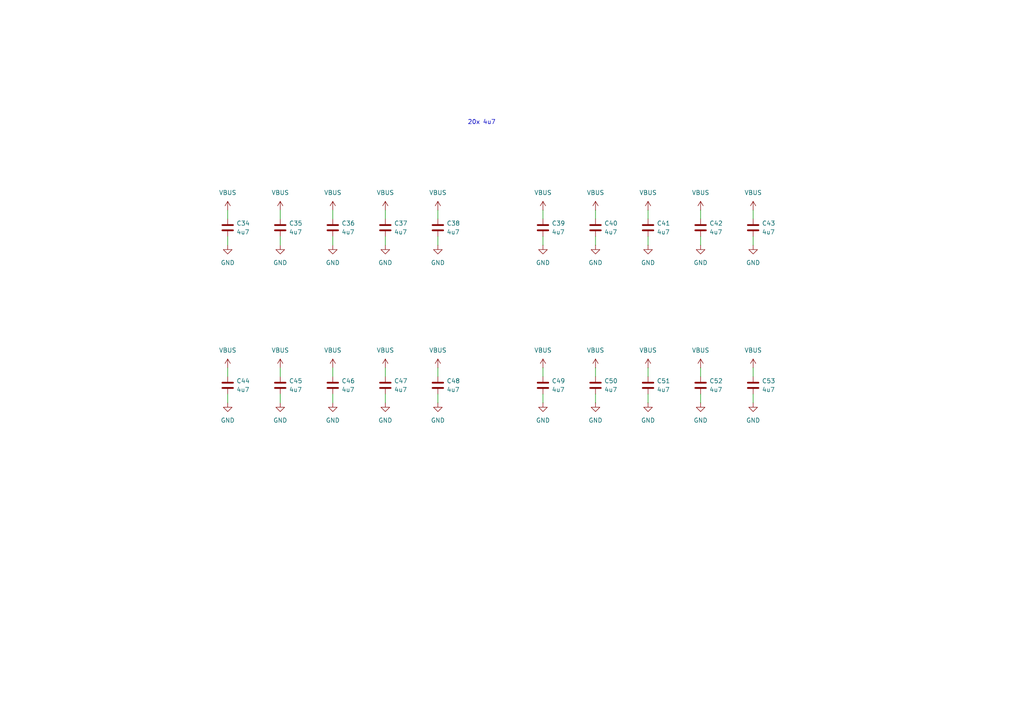
<source format=kicad_sch>
(kicad_sch (version 20250114) (generator "eeschema") (generator_version "9.0")
  (paper "A4")
  (lib_symbols
    (symbol "Device:C" (pin_numbers (hide yes)) (pin_names (offset 0.254))
      (property "Reference" "C" (at 0.635 2.54 0))
      (property "Value" "C" (at 0.635 -2.54 0))
      (symbol "C_0_1"
        (polyline (pts (xy -1.524 0.762) (xy 1.524 0.762)) (stroke (width 0.508)))
        (polyline (pts (xy -1.524 -0.762) (xy 1.524 -0.762)) (stroke (width 0.508)))
      )
      (symbol "C_1_1"
        (pin passive line (at 0 2.54 270) (length 1.524) (name "~") (number "1"))
        (pin passive line (at 0 -2.54 90) (length 1.524) (name "~") (number "2"))
      )
    )
    (symbol "power:GND" (power) (pin_numbers (hide yes)) (pin_names (offset 0) (hide yes))
      (property "Value" "GND" (at 0 -3.81 0))
      (symbol "GND_0_1"
        (polyline (pts (xy 0 0) (xy 0 -1.27) (xy 1.27 -1.27) (xy 0 -2.54) (xy -1.27 -1.27) (xy 0 -1.27)))
      )
      (symbol "GND_1_1"
        (pin power_in line (at 0 0 270) (length 0) (name "~") (number "1"))
      )
    )
    (symbol "power:VBUS" (power) (pin_numbers (hide yes)) (pin_names (offset 0) (hide yes))
      (property "Value" "VBUS" (at 0 3.556 0))
      (symbol "VBUS_0_1"
        (polyline (pts (xy -0.762 1.27) (xy 0 2.54)))
        (polyline (pts (xy 0 2.54) (xy 0.762 1.27)))
        (polyline (pts (xy 0 0) (xy 0 2.54)))
      )
      (symbol "VBUS_1_1"
        (pin power_in line (at 0 0 90) (length 0) (name "~") (number "1"))
      )
    )
  )
  (text "20x 4u7" (at 139.7 35.56 0) (effects (font (size 1.27 1.27))))
  (wire (pts (xy 111.76 60.96) (xy 111.76 63.5)))
  (wire (pts (xy 96.52 68.58) (xy 96.52 71.12)))
  (wire (pts (xy 127 114.3) (xy 127 116.84)))
  (wire (pts (xy 218.44 106.68) (xy 218.44 109.22)))
  (wire (pts (xy 66.04 114.3) (xy 66.04 116.84)))
  (wire (pts (xy 157.48 68.58) (xy 157.48 71.12)))
  (wire (pts (xy 81.28 106.68) (xy 81.28 109.22)))
  (wire (pts (xy 172.72 106.68) (xy 172.72 109.22)))
  (wire (pts (xy 66.04 68.58) (xy 66.04 71.12)))
  (wire (pts (xy 172.72 60.96) (xy 172.72 63.5)))
  (wire (pts (xy 127 106.68) (xy 127 109.22)))
  (wire (pts (xy 127 68.58) (xy 127 71.12)))
  (wire (pts (xy 172.72 68.58) (xy 172.72 71.12)))
  (wire (pts (xy 96.52 106.68) (xy 96.52 109.22)))
  (wire (pts (xy 96.52 60.96) (xy 96.52 63.5)))
  (wire (pts (xy 111.76 114.3) (xy 111.76 116.84)))
  (wire (pts (xy 218.44 114.3) (xy 218.44 116.84)))
  (wire (pts (xy 187.96 114.3) (xy 187.96 116.84)))
  (wire (pts (xy 157.48 60.96) (xy 157.48 63.5)))
  (wire (pts (xy 96.52 114.3) (xy 96.52 116.84)))
  (wire (pts (xy 187.96 68.58) (xy 187.96 71.12)))
  (wire (pts (xy 111.76 68.58) (xy 111.76 71.12)))
  (wire (pts (xy 218.44 68.58) (xy 218.44 71.12)))
  (wire (pts (xy 218.44 60.96) (xy 218.44 63.5)))
  (wire (pts (xy 66.04 60.96) (xy 66.04 63.5)))
  (wire (pts (xy 203.2 60.96) (xy 203.2 63.5)))
  (wire (pts (xy 111.76 106.68) (xy 111.76 109.22)))
  (wire (pts (xy 172.72 114.3) (xy 172.72 116.84)))
  (wire (pts (xy 66.04 106.68) (xy 66.04 109.22)))
  (wire (pts (xy 187.96 60.96) (xy 187.96 63.5)))
  (wire (pts (xy 203.2 106.68) (xy 203.2 109.22)))
  (wire (pts (xy 127 60.96) (xy 127 63.5)))
  (wire (pts (xy 203.2 114.3) (xy 203.2 116.84)))
  (wire (pts (xy 157.48 106.68) (xy 157.48 109.22)))
  (wire (pts (xy 81.28 60.96) (xy 81.28 63.5)))
  (wire (pts (xy 157.48 114.3) (xy 157.48 116.84)))
  (wire (pts (xy 81.28 114.3) (xy 81.28 116.84)))
  (wire (pts (xy 81.28 68.58) (xy 81.28 71.12)))
  (wire (pts (xy 203.2 68.58) (xy 203.2 71.12)))
  (wire (pts (xy 187.96 106.68) (xy 187.96 109.22)))
  (symbol (lib_id "power:GND") (at 203.2 71.12 0) (unit 1)
    (property "Reference" "#PWR090" (effects (hide yes)))
    (property "Value" "GND" (at 203.2 76.2 0))
    (property "Description" "Power symbol creates a global label with name \"GND\" , ground" (effects (hide yes)))
  )
  (symbol (lib_id "Device:C") (at 157.48 111.76 0) (unit 1)
    (property "Reference" "C49" (at 160.02 110.4899 0) (effects (justify left)))
    (property "Value" "4u7" (at 160.02 113.0299 0) (effects (justify left)))
    (property "Footprint" "Capacitor_SMD:C_0402_1005Metric" (effects (hide yes)))
    (property "Description" "Unpolarized capacitor" (effects (hide yes)))
  )
  (symbol (lib_id "power:GND") (at 203.2 116.84 0) (unit 1)
    (property "Reference" "#PWR0110" (effects (hide yes)))
    (property "Value" "GND" (at 203.2 121.92 0))
    (property "Description" "Power symbol creates a global label with name \"GND\" , ground" (effects (hide yes)))
  )
  (symbol (lib_id "power:VBUS") (at 81.28 60.96 0) (unit 1)
    (property "Reference" "#PWR075" (effects (hide yes)))
    (property "Value" "VBUS" (at 81.28 55.88 0))
    (property "Description" "Power symbol creates a global label with name \"VBUS\"" (effects (hide yes)))
  )
  (symbol (lib_id "power:GND") (at 96.52 71.12 0) (unit 1)
    (property "Reference" "#PWR078" (effects (hide yes)))
    (property "Value" "GND" (at 96.52 76.2 0))
    (property "Description" "Power symbol creates a global label with name \"GND\" , ground" (effects (hide yes)))
  )
  (symbol (lib_id "power:VBUS") (at 127 106.68 0) (unit 1)
    (property "Reference" "#PWR0101" (effects (hide yes)))
    (property "Value" "VBUS" (at 127 101.6 0))
    (property "Description" "Power symbol creates a global label with name \"VBUS\"" (effects (hide yes)))
  )
  (symbol (lib_id "power:GND") (at 157.48 116.84 0) (unit 1)
    (property "Reference" "#PWR0104" (effects (hide yes)))
    (property "Value" "GND" (at 157.48 121.92 0))
    (property "Description" "Power symbol creates a global label with name \"GND\" , ground" (effects (hide yes)))
  )
  (symbol (lib_id "Device:C") (at 157.48 66.04 0) (unit 1)
    (property "Reference" "C39" (at 160.02 64.7699 0) (effects (justify left)))
    (property "Value" "4u7" (at 160.02 67.3099 0) (effects (justify left)))
    (property "Footprint" "Capacitor_SMD:C_0402_1005Metric" (effects (hide yes)))
    (property "Description" "Unpolarized capacitor" (effects (hide yes)))
  )
  (symbol (lib_id "power:VBUS") (at 111.76 106.68 0) (unit 1)
    (property "Reference" "#PWR099" (effects (hide yes)))
    (property "Value" "VBUS" (at 111.76 101.6 0))
    (property "Description" "Power symbol creates a global label with name \"VBUS\"" (effects (hide yes)))
  )
  (symbol (lib_id "power:VBUS") (at 157.48 60.96 0) (unit 1)
    (property "Reference" "#PWR083" (effects (hide yes)))
    (property "Value" "VBUS" (at 157.48 55.88 0))
    (property "Description" "Power symbol creates a global label with name \"VBUS\"" (effects (hide yes)))
  )
  (symbol (lib_id "power:GND") (at 66.04 116.84 0) (unit 1)
    (property "Reference" "#PWR094" (effects (hide yes)))
    (property "Value" "GND" (at 66.04 121.92 0))
    (property "Description" "Power symbol creates a global label with name \"GND\" , ground" (effects (hide yes)))
  )
  (symbol (lib_id "power:GND") (at 66.04 71.12 0) (unit 1)
    (property "Reference" "#PWR034" (effects (hide yes)))
    (property "Value" "GND" (at 66.04 76.2 0))
    (property "Description" "Power symbol creates a global label with name \"GND\" , ground" (effects (hide yes)))
  )
  (symbol (lib_id "Device:C") (at 81.28 66.04 0) (unit 1)
    (property "Reference" "C35" (at 83.82 64.7699 0) (effects (justify left)))
    (property "Value" "4u7" (at 83.82 67.3099 0) (effects (justify left)))
    (property "Footprint" "Capacitor_SMD:C_0402_1005Metric" (effects (hide yes)))
    (property "Description" "Unpolarized capacitor" (effects (hide yes)))
  )
  (symbol (lib_id "Device:C") (at 172.72 66.04 0) (unit 1)
    (property "Reference" "C40" (at 175.26 64.7699 0) (effects (justify left)))
    (property "Value" "4u7" (at 175.26 67.3099 0) (effects (justify left)))
    (property "Footprint" "Capacitor_SMD:C_0402_1005Metric" (effects (hide yes)))
    (property "Description" "Unpolarized capacitor" (effects (hide yes)))
  )
  (symbol (lib_id "power:VBUS") (at 66.04 60.96 0) (unit 1)
    (property "Reference" "#PWR074" (effects (hide yes)))
    (property "Value" "VBUS" (at 66.04 55.88 0))
    (property "Description" "Power symbol creates a global label with name \"VBUS\"" (effects (hide yes)))
  )
  (symbol (lib_id "power:GND") (at 111.76 116.84 0) (unit 1)
    (property "Reference" "#PWR0100" (effects (hide yes)))
    (property "Value" "GND" (at 111.76 121.92 0))
    (property "Description" "Power symbol creates a global label with name \"GND\" , ground" (effects (hide yes)))
  )
  (symbol (lib_id "power:VBUS") (at 127 60.96 0) (unit 1)
    (property "Reference" "#PWR081" (effects (hide yes)))
    (property "Value" "VBUS" (at 127 55.88 0))
    (property "Description" "Power symbol creates a global label with name \"VBUS\"" (effects (hide yes)))
  )
  (symbol (lib_id "power:GND") (at 218.44 116.84 0) (unit 1)
    (property "Reference" "#PWR0112" (effects (hide yes)))
    (property "Value" "GND" (at 218.44 121.92 0))
    (property "Description" "Power symbol creates a global label with name \"GND\" , ground" (effects (hide yes)))
  )
  (symbol (lib_id "power:GND") (at 187.96 116.84 0) (unit 1)
    (property "Reference" "#PWR0108" (effects (hide yes)))
    (property "Value" "GND" (at 187.96 121.92 0))
    (property "Description" "Power symbol creates a global label with name \"GND\" , ground" (effects (hide yes)))
  )
  (symbol (lib_id "power:VBUS") (at 66.04 106.68 0) (unit 1)
    (property "Reference" "#PWR093" (effects (hide yes)))
    (property "Value" "VBUS" (at 66.04 101.6 0))
    (property "Description" "Power symbol creates a global label with name \"VBUS\"" (effects (hide yes)))
  )
  (symbol (lib_id "Device:C") (at 66.04 66.04 0) (unit 1)
    (property "Reference" "C34" (at 68.58 64.7699 0) (effects (justify left)))
    (property "Value" "4u7" (at 68.58 67.3099 0) (effects (justify left)))
    (property "Footprint" "Capacitor_SMD:C_0402_1005Metric" (effects (hide yes)))
    (property "Description" "Unpolarized capacitor" (effects (hide yes)))
  )
  (symbol (lib_id "Device:C") (at 127 111.76 0) (unit 1)
    (property "Reference" "C48" (at 129.54 110.4899 0) (effects (justify left)))
    (property "Value" "4u7" (at 129.54 113.0299 0) (effects (justify left)))
    (property "Footprint" "Capacitor_SMD:C_0402_1005Metric" (effects (hide yes)))
    (property "Description" "Unpolarized capacitor" (effects (hide yes)))
  )
  (symbol (lib_id "power:GND") (at 157.48 71.12 0) (unit 1)
    (property "Reference" "#PWR084" (effects (hide yes)))
    (property "Value" "GND" (at 157.48 76.2 0))
    (property "Description" "Power symbol creates a global label with name \"GND\" , ground" (effects (hide yes)))
  )
  (symbol (lib_id "Device:C") (at 81.28 111.76 0) (unit 1)
    (property "Reference" "C45" (at 83.82 110.4899 0) (effects (justify left)))
    (property "Value" "4u7" (at 83.82 113.0299 0) (effects (justify left)))
    (property "Footprint" "Capacitor_SMD:C_0402_1005Metric" (effects (hide yes)))
    (property "Description" "Unpolarized capacitor" (effects (hide yes)))
  )
  (symbol (lib_id "Device:C") (at 203.2 111.76 0) (unit 1)
    (property "Reference" "C52" (at 205.74 110.4899 0) (effects (justify left)))
    (property "Value" "4u7" (at 205.74 113.0299 0) (effects (justify left)))
    (property "Footprint" "Capacitor_SMD:C_0402_1005Metric" (effects (hide yes)))
    (property "Description" "Unpolarized capacitor" (effects (hide yes)))
  )
  (symbol (lib_id "Device:C") (at 127 66.04 0) (unit 1)
    (property "Reference" "C38" (at 129.54 64.7699 0) (effects (justify left)))
    (property "Value" "4u7" (at 129.54 67.3099 0) (effects (justify left)))
    (property "Footprint" "Capacitor_SMD:C_0402_1005Metric" (effects (hide yes)))
    (property "Description" "Unpolarized capacitor" (effects (hide yes)))
  )
  (symbol (lib_id "power:GND") (at 111.76 71.12 0) (unit 1)
    (property "Reference" "#PWR080" (effects (hide yes)))
    (property "Value" "GND" (at 111.76 76.2 0))
    (property "Description" "Power symbol creates a global label with name \"GND\" , ground" (effects (hide yes)))
  )
  (symbol (lib_id "power:GND") (at 96.52 116.84 0) (unit 1)
    (property "Reference" "#PWR098" (effects (hide yes)))
    (property "Value" "GND" (at 96.52 121.92 0))
    (property "Description" "Power symbol creates a global label with name \"GND\" , ground" (effects (hide yes)))
  )
  (symbol (lib_id "power:VBUS") (at 203.2 106.68 0) (unit 1)
    (property "Reference" "#PWR0109" (effects (hide yes)))
    (property "Value" "VBUS" (at 203.2 101.6 0))
    (property "Description" "Power symbol creates a global label with name \"VBUS\"" (effects (hide yes)))
  )
  (symbol (lib_id "Device:C") (at 203.2 66.04 0) (unit 1)
    (property "Reference" "C42" (at 205.74 64.7699 0) (effects (justify left)))
    (property "Value" "4u7" (at 205.74 67.3099 0) (effects (justify left)))
    (property "Footprint" "Capacitor_SMD:C_0402_1005Metric" (effects (hide yes)))
    (property "Description" "Unpolarized capacitor" (effects (hide yes)))
  )
  (symbol (lib_id "power:VBUS") (at 203.2 60.96 0) (unit 1)
    (property "Reference" "#PWR089" (effects (hide yes)))
    (property "Value" "VBUS" (at 203.2 55.88 0))
    (property "Description" "Power symbol creates a global label with name \"VBUS\"" (effects (hide yes)))
  )
  (symbol (lib_id "power:GND") (at 127 116.84 0) (unit 1)
    (property "Reference" "#PWR0102" (effects (hide yes)))
    (property "Value" "GND" (at 127 121.92 0))
    (property "Description" "Power symbol creates a global label with name \"GND\" , ground" (effects (hide yes)))
  )
  (symbol (lib_id "power:VBUS") (at 81.28 106.68 0) (unit 1)
    (property "Reference" "#PWR095" (effects (hide yes)))
    (property "Value" "VBUS" (at 81.28 101.6 0))
    (property "Description" "Power symbol creates a global label with name \"VBUS\"" (effects (hide yes)))
  )
  (symbol (lib_id "power:GND") (at 172.72 116.84 0) (unit 1)
    (property "Reference" "#PWR0106" (effects (hide yes)))
    (property "Value" "GND" (at 172.72 121.92 0))
    (property "Description" "Power symbol creates a global label with name \"GND\" , ground" (effects (hide yes)))
  )
  (symbol (lib_id "Device:C") (at 172.72 111.76 0) (unit 1)
    (property "Reference" "C50" (at 175.26 110.4899 0) (effects (justify left)))
    (property "Value" "4u7" (at 175.26 113.0299 0) (effects (justify left)))
    (property "Footprint" "Capacitor_SMD:C_0402_1005Metric" (effects (hide yes)))
    (property "Description" "Unpolarized capacitor" (effects (hide yes)))
  )
  (symbol (lib_id "power:VBUS") (at 172.72 60.96 0) (unit 1)
    (property "Reference" "#PWR085" (effects (hide yes)))
    (property "Value" "VBUS" (at 172.72 55.88 0))
    (property "Description" "Power symbol creates a global label with name \"VBUS\"" (effects (hide yes)))
  )
  (symbol (lib_id "power:GND") (at 218.44 71.12 0) (unit 1)
    (property "Reference" "#PWR092" (effects (hide yes)))
    (property "Value" "GND" (at 218.44 76.2 0))
    (property "Description" "Power symbol creates a global label with name \"GND\" , ground" (effects (hide yes)))
  )
  (symbol (lib_id "Device:C") (at 218.44 66.04 0) (unit 1)
    (property "Reference" "C43" (at 220.98 64.7699 0) (effects (justify left)))
    (property "Value" "4u7" (at 220.98 67.3099 0) (effects (justify left)))
    (property "Footprint" "Capacitor_SMD:C_0402_1005Metric" (effects (hide yes)))
    (property "Description" "Unpolarized capacitor" (effects (hide yes)))
  )
  (symbol (lib_id "Device:C") (at 66.04 111.76 0) (unit 1)
    (property "Reference" "C44" (at 68.58 110.4899 0) (effects (justify left)))
    (property "Value" "4u7" (at 68.58 113.0299 0) (effects (justify left)))
    (property "Footprint" "Capacitor_SMD:C_0402_1005Metric" (effects (hide yes)))
    (property "Description" "Unpolarized capacitor" (effects (hide yes)))
  )
  (symbol (lib_id "power:VBUS") (at 187.96 60.96 0) (unit 1)
    (property "Reference" "#PWR087" (effects (hide yes)))
    (property "Value" "VBUS" (at 187.96 55.88 0))
    (property "Description" "Power symbol creates a global label with name \"VBUS\"" (effects (hide yes)))
  )
  (symbol (lib_id "power:VBUS") (at 187.96 106.68 0) (unit 1)
    (property "Reference" "#PWR0107" (effects (hide yes)))
    (property "Value" "VBUS" (at 187.96 101.6 0))
    (property "Description" "Power symbol creates a global label with name \"VBUS\"" (effects (hide yes)))
  )
  (symbol (lib_id "power:VBUS") (at 218.44 60.96 0) (unit 1)
    (property "Reference" "#PWR091" (effects (hide yes)))
    (property "Value" "VBUS" (at 218.44 55.88 0))
    (property "Description" "Power symbol creates a global label with name \"VBUS\"" (effects (hide yes)))
  )
  (symbol (lib_id "Device:C") (at 111.76 111.76 0) (unit 1)
    (property "Reference" "C47" (at 114.3 110.4899 0) (effects (justify left)))
    (property "Value" "4u7" (at 114.3 113.0299 0) (effects (justify left)))
    (property "Footprint" "Capacitor_SMD:C_0402_1005Metric" (effects (hide yes)))
    (property "Description" "Unpolarized capacitor" (effects (hide yes)))
  )
  (symbol (lib_id "Device:C") (at 187.96 66.04 0) (unit 1)
    (property "Reference" "C41" (at 190.5 64.7699 0) (effects (justify left)))
    (property "Value" "4u7" (at 190.5 67.3099 0) (effects (justify left)))
    (property "Footprint" "Capacitor_SMD:C_0402_1005Metric" (effects (hide yes)))
    (property "Description" "Unpolarized capacitor" (effects (hide yes)))
  )
  (symbol (lib_id "power:GND") (at 172.72 71.12 0) (unit 1)
    (property "Reference" "#PWR086" (effects (hide yes)))
    (property "Value" "GND" (at 172.72 76.2 0))
    (property "Description" "Power symbol creates a global label with name \"GND\" , ground" (effects (hide yes)))
  )
  (symbol (lib_id "power:GND") (at 81.28 71.12 0) (unit 1)
    (property "Reference" "#PWR076" (effects (hide yes)))
    (property "Value" "GND" (at 81.28 76.2 0))
    (property "Description" "Power symbol creates a global label with name \"GND\" , ground" (effects (hide yes)))
  )
  (symbol (lib_id "Device:C") (at 218.44 111.76 0) (unit 1)
    (property "Reference" "C53" (at 220.98 110.4899 0) (effects (justify left)))
    (property "Value" "4u7" (at 220.98 113.0299 0) (effects (justify left)))
    (property "Footprint" "Capacitor_SMD:C_0402_1005Metric" (effects (hide yes)))
    (property "Description" "Unpolarized capacitor" (effects (hide yes)))
  )
  (symbol (lib_id "power:VBUS") (at 172.72 106.68 0) (unit 1)
    (property "Reference" "#PWR0105" (effects (hide yes)))
    (property "Value" "VBUS" (at 172.72 101.6 0))
    (property "Description" "Power symbol creates a global label with name \"VBUS\"" (effects (hide yes)))
  )
  (symbol (lib_id "Device:C") (at 96.52 66.04 0) (unit 1)
    (property "Reference" "C36" (at 99.06 64.7699 0) (effects (justify left)))
    (property "Value" "4u7" (at 99.06 67.3099 0) (effects (justify left)))
    (property "Footprint" "Capacitor_SMD:C_0402_1005Metric" (effects (hide yes)))
    (property "Description" "Unpolarized capacitor" (effects (hide yes)))
  )
  (symbol (lib_id "Device:C") (at 96.52 111.76 0) (unit 1)
    (property "Reference" "C46" (at 99.06 110.4899 0) (effects (justify left)))
    (property "Value" "4u7" (at 99.06 113.0299 0) (effects (justify left)))
    (property "Footprint" "Capacitor_SMD:C_0402_1005Metric" (effects (hide yes)))
    (property "Description" "Unpolarized capacitor" (effects (hide yes)))
  )
  (symbol (lib_id "power:GND") (at 187.96 71.12 0) (unit 1)
    (property "Reference" "#PWR088" (effects (hide yes)))
    (property "Value" "GND" (at 187.96 76.2 0))
    (property "Description" "Power symbol creates a global label with name \"GND\" , ground" (effects (hide yes)))
  )
  (symbol (lib_id "Device:C") (at 187.96 111.76 0) (unit 1)
    (property "Reference" "C51" (at 190.5 110.4899 0) (effects (justify left)))
    (property "Value" "4u7" (at 190.5 113.0299 0) (effects (justify left)))
    (property "Footprint" "Capacitor_SMD:C_0402_1005Metric" (effects (hide yes)))
    (property "Description" "Unpolarized capacitor" (effects (hide yes)))
  )
  (symbol (lib_id "power:GND") (at 81.28 116.84 0) (unit 1)
    (property "Reference" "#PWR096" (effects (hide yes)))
    (property "Value" "GND" (at 81.28 121.92 0))
    (property "Description" "Power symbol creates a global label with name \"GND\" , ground" (effects (hide yes)))
  )
  (symbol (lib_id "power:GND") (at 127 71.12 0) (unit 1)
    (property "Reference" "#PWR082" (effects (hide yes)))
    (property "Value" "GND" (at 127 76.2 0))
    (property "Description" "Power symbol creates a global label with name \"GND\" , ground" (effects (hide yes)))
  )
  (symbol (lib_id "power:VBUS") (at 218.44 106.68 0) (unit 1)
    (property "Reference" "#PWR0111" (effects (hide yes)))
    (property "Value" "VBUS" (at 218.44 101.6 0))
    (property "Description" "Power symbol creates a global label with name \"VBUS\"" (effects (hide yes)))
  )
  (symbol (lib_id "power:VBUS") (at 96.52 60.96 0) (unit 1)
    (property "Reference" "#PWR077" (effects (hide yes)))
    (property "Value" "VBUS" (at 96.52 55.88 0))
    (property "Description" "Power symbol creates a global label with name \"VBUS\"" (effects (hide yes)))
  )
  (symbol (lib_id "power:VBUS") (at 96.52 106.68 0) (unit 1)
    (property "Reference" "#PWR097" (effects (hide yes)))
    (property "Value" "VBUS" (at 96.52 101.6 0))
    (property "Description" "Power symbol creates a global label with name \"VBUS\"" (effects (hide yes)))
  )
  (symbol (lib_id "Device:C") (at 111.76 66.04 0) (unit 1)
    (property "Reference" "C37" (at 114.3 64.7699 0) (effects (justify left)))
    (property "Value" "4u7" (at 114.3 67.3099 0) (effects (justify left)))
    (property "Footprint" "Capacitor_SMD:C_0402_1005Metric" (effects (hide yes)))
    (property "Description" "Unpolarized capacitor" (effects (hide yes)))
  )
  (symbol (lib_id "power:VBUS") (at 157.48 106.68 0) (unit 1)
    (property "Reference" "#PWR0103" (effects (hide yes)))
    (property "Value" "VBUS" (at 157.48 101.6 0))
    (property "Description" "Power symbol creates a global label with name \"VBUS\"" (effects (hide yes)))
  )
  (symbol (lib_id "power:VBUS") (at 111.76 60.96 0) (unit 1)
    (property "Reference" "#PWR079" (effects (hide yes)))
    (property "Value" "VBUS" (at 111.76 55.88 0))
    (property "Description" "Power symbol creates a global label with name \"VBUS\"" (effects (hide yes)))
  )
)
</source>
